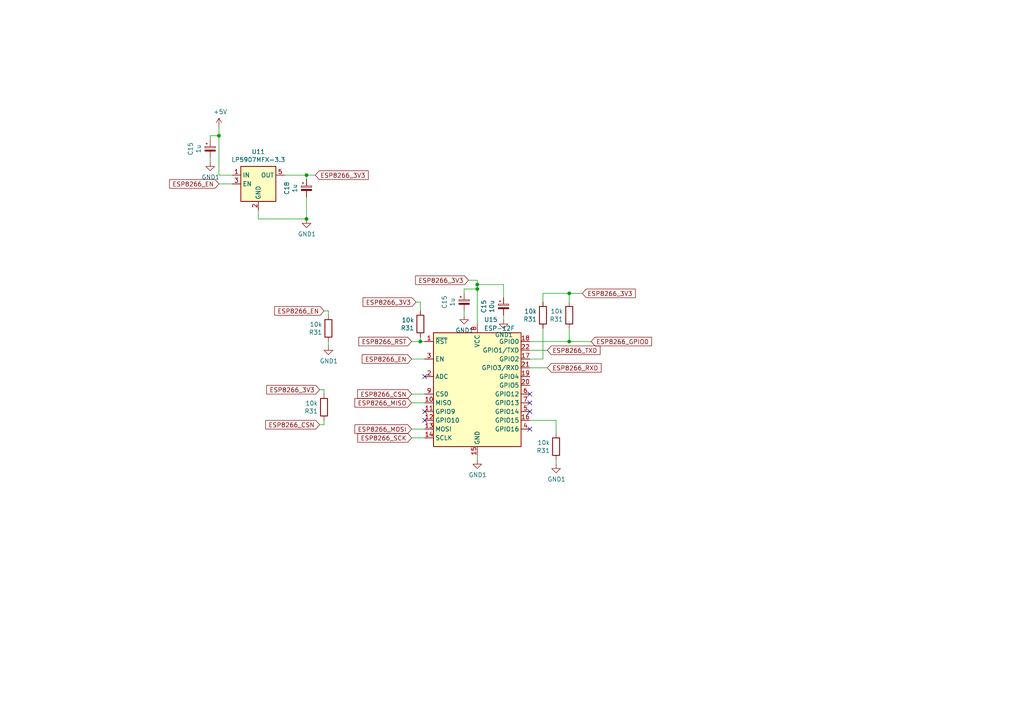
<source format=kicad_sch>
(kicad_sch (version 20230121) (generator eeschema)
  (paper "A4")
  (lib_symbols
    (symbol "Device:R" (pin_numbers hide) (pin_names (offset 0))
      (property "Reference" "R" (at 2.032 0 90))
      (property "Value" "R" (at 0 0 90))
      (symbol "R_0_1"
        (rectangle (start -1.016 -2.54) (end 1.016 2.54) (stroke (width 0.254)))
      )
      (symbol "R_1_1"
        (pin passive line (at 0 3.81 270) (length 1.27) (name "~") (number "1"))
        (pin passive line (at 0 -3.81 90) (length 1.27) (name "~") (number "2"))
      )
    )
    (symbol "RF_Module:ESP-12F"
      (property "Reference" "U" (at -12.7 19.05 0))
      (property "Value" "ESP-12F" (at 12.7 19.05 0))
      (symbol "ESP-12F_0_1"
        (rectangle (start -12.7 17.78) (end 12.7 -15.24) (stroke (width 0.254)) (fill (type background)))
      )
      (symbol "ESP-12F_1_1"
        (pin input line (at -15.24 15.24 0) (length 2.54) (name "~{RST}") (number "1"))
        (pin bidirectional line (at -15.24 -2.54 0) (length 2.54) (name "MISO") (number "10"))
        (pin bidirectional line (at -15.24 -5.08 0) (length 2.54) (name "GPIO9") (number "11"))
        (pin bidirectional line (at -15.24 -7.62 0) (length 2.54) (name "GPIO10") (number "12"))
        (pin bidirectional line (at -15.24 -10.16 0) (length 2.54) (name "MOSI") (number "13"))
        (pin bidirectional line (at -15.24 -12.7 0) (length 2.54) (name "SCLK") (number "14"))
        (pin power_in line (at 0 -17.78 90) (length 2.54) (name "GND") (number "15"))
        (pin bidirectional line (at 15.24 -7.62 180) (length 2.54) (name "GPIO15") (number "16"))
        (pin bidirectional line (at 15.24 10.16 180) (length 2.54) (name "GPIO2") (number "17"))
        (pin bidirectional line (at 15.24 15.24 180) (length 2.54) (name "GPIO0") (number "18"))
        (pin bidirectional line (at 15.24 5.08 180) (length 2.54) (name "GPIO4") (number "19"))
        (pin input line (at -15.24 5.08 0) (length 2.54) (name "ADC") (number "2"))
        (pin bidirectional line (at 15.24 2.54 180) (length 2.54) (name "GPIO5") (number "20"))
        (pin bidirectional line (at 15.24 7.62 180) (length 2.54) (name "GPIO3/RXD") (number "21"))
        (pin bidirectional line (at 15.24 12.7 180) (length 2.54) (name "GPIO1/TXD") (number "22"))
        (pin input line (at -15.24 10.16 0) (length 2.54) (name "EN") (number "3"))
        (pin bidirectional line (at 15.24 -10.16 180) (length 2.54) (name "GPIO16") (number "4"))
        (pin bidirectional line (at 15.24 -5.08 180) (length 2.54) (name "GPIO14") (number "5"))
        (pin bidirectional line (at 15.24 0 180) (length 2.54) (name "GPIO12") (number "6"))
        (pin bidirectional line (at 15.24 -2.54 180) (length 2.54) (name "GPIO13") (number "7"))
        (pin power_in line (at 0 20.32 270) (length 2.54) (name "VCC") (number "8"))
        (pin input line (at -15.24 0 0) (length 2.54) (name "CS0") (number "9"))
      )
    )
    (symbol "Regulator_Linear:LP5907MFX-3.3"
      (property "Reference" "U" (at -3.81 6.35 0))
      (property "Value" "LP5907MFX-3.3" (at 6.35 6.35 0))
      (symbol "LP5907MFX-3.3_0_1"
        (rectangle (start -5.08 -5.08) (end 5.08 5.08) (stroke (width 0.254)) (fill (type background)))
        (pin power_in line (at -7.62 2.54 0) (length 2.54) (name "IN") (number "1"))
        (pin power_in line (at 0 -7.62 90) (length 2.54) (name "GND") (number "2"))
        (pin input line (at -7.62 0 0) (length 2.54) (name "EN") (number "3"))
        (pin no_connect line (at 5.08 0 180) (length 2.54) hide (name "NC") (number "4"))
        (pin power_out line (at 7.62 2.54 180) (length 2.54) (name "OUT") (number "5"))
      )
    )
    (symbol "power:+5V" (power) (pin_names (offset 0))
      (property "Value" "+5V" (at 0 3.556 0))
      (symbol "+5V_0_1"
        (polyline (pts (xy -0.762 1.27) (xy 0 2.54)))
        (polyline (pts (xy 0 0) (xy 0 2.54)))
        (polyline (pts (xy 0 2.54) (xy 0.762 1.27)))
      )
      (symbol "+5V_1_1"
        (pin power_in line (at 0 0 90) (length 0) hide (name "+5V") (number "1"))
      )
    )
    (symbol "power:GND1" (power) (pin_names (offset 0))
      (property "Value" "GND1" (at 0 -3.81 0))
      (symbol "GND1_0_1"
        (polyline (pts (xy 0 0) (xy 0 -1.27) (xy 1.27 -1.27) (xy 0 -2.54) (xy -1.27 -1.27) (xy 0 -1.27)))
      )
      (symbol "GND1_1_1"
        (pin power_in line (at 0 0 270) (length 0) hide (name "GND1") (number "1"))
      )
    )
    (symbol "spudglo_driver_v3p1-rescue:CP_Small-Device" (pin_numbers hide) (pin_names (offset 0.254) hide)
      (property "Reference" "C" (at 0.254 1.778 0))
      (property "Value" "CP_Small-Device" (at 0.254 -2.032 0))
      (symbol "CP_Small-Device_0_1"
        (rectangle (start -1.524 -0.3048) (end 1.524 -0.6858) (fill (type outline)))
        (rectangle (start -1.524 0.6858) (end 1.524 0.3048))
        (polyline (pts (xy -1.27 1.524) (xy -0.762 1.524)))
        (polyline (pts (xy -1.016 1.27) (xy -1.016 1.778)))
      )
      (symbol "CP_Small-Device_1_1"
        (pin passive line (at 0 2.54 270) (length 1.8542) (name "~") (number "1"))
        (pin passive line (at 0 -2.54 90) (length 1.8542) (name "~") (number "2"))
      )
    )
  )
  (junction (at 138.43 82.55))
  (junction (at 88.9 50.8))
  (junction (at 121.92 99.06))
  (junction (at 138.43 83.82))
  (junction (at 88.9 63.5))
  (junction (at 63.5 39.37))
  (junction (at 165.1 99.06))
  (junction (at 165.1 85.09))
  (no_connect (at 153.67 124.46))
  (no_connect (at 123.19 119.38))
  (no_connect (at 153.67 114.3))
  (no_connect (at 153.67 119.38))
  (no_connect (at 153.67 116.84))
  (no_connect (at 123.19 109.22))
  (no_connect (at 123.19 121.92))
  (wire (pts (xy 146.05 91.44) (xy 146.05 92.71)))
  (wire (pts (xy 74.93 63.5) (xy 88.9 63.5)))
  (wire (pts (xy 93.98 113.03) (xy 92.71 113.03)))
  (wire (pts (xy 63.5 36.83) (xy 63.5 39.37)))
  (wire (pts (xy 138.43 83.82) (xy 138.43 82.55)))
  (wire (pts (xy 153.67 101.6) (xy 158.75 101.6)))
  (wire (pts (xy 95.25 91.44) (xy 95.25 90.17)))
  (wire (pts (xy 153.67 104.14) (xy 157.48 104.14)))
  (wire (pts (xy 165.1 95.25) (xy 165.1 99.06)))
  (wire (pts (xy 119.38 114.3) (xy 123.19 114.3)))
  (wire (pts (xy 119.38 116.84) (xy 123.19 116.84)))
  (wire (pts (xy 161.29 121.92) (xy 161.29 125.73)))
  (wire (pts (xy 60.96 45.72) (xy 60.96 46.99)))
  (wire (pts (xy 93.98 123.19) (xy 92.71 123.19)))
  (wire (pts (xy 119.38 127) (xy 123.19 127)))
  (wire (pts (xy 134.62 90.17) (xy 134.62 91.44)))
  (wire (pts (xy 121.92 87.63) (xy 120.65 87.63)))
  (wire (pts (xy 121.92 97.79) (xy 121.92 99.06)))
  (wire (pts (xy 161.29 133.35) (xy 161.29 134.62)))
  (wire (pts (xy 138.43 132.08) (xy 138.43 133.35)))
  (wire (pts (xy 88.9 52.07) (xy 88.9 50.8)))
  (wire (pts (xy 153.67 121.92) (xy 161.29 121.92)))
  (wire (pts (xy 93.98 114.3) (xy 93.98 113.03)))
  (wire (pts (xy 153.67 106.68) (xy 158.75 106.68)))
  (wire (pts (xy 134.62 85.09) (xy 134.62 83.82)))
  (wire (pts (xy 138.43 82.55) (xy 138.43 81.28)))
  (wire (pts (xy 95.25 99.06) (xy 95.25 100.33)))
  (wire (pts (xy 121.92 90.17) (xy 121.92 87.63)))
  (wire (pts (xy 157.48 104.14) (xy 157.48 95.25)))
  (wire (pts (xy 60.96 39.37) (xy 63.5 39.37)))
  (wire (pts (xy 165.1 85.09) (xy 157.48 85.09)))
  (wire (pts (xy 165.1 85.09) (xy 165.1 87.63)))
  (wire (pts (xy 168.91 85.09) (xy 165.1 85.09)))
  (wire (pts (xy 95.25 90.17) (xy 93.98 90.17)))
  (wire (pts (xy 165.1 99.06) (xy 171.45 99.06)))
  (wire (pts (xy 119.38 124.46) (xy 123.19 124.46)))
  (wire (pts (xy 63.5 39.37) (xy 63.5 50.8)))
  (wire (pts (xy 74.93 60.96) (xy 74.93 63.5)))
  (wire (pts (xy 138.43 93.98) (xy 138.43 83.82)))
  (wire (pts (xy 138.43 81.28) (xy 135.89 81.28)))
  (wire (pts (xy 146.05 82.55) (xy 138.43 82.55)))
  (wire (pts (xy 60.96 40.64) (xy 60.96 39.37)))
  (wire (pts (xy 63.5 53.34) (xy 67.31 53.34)))
  (wire (pts (xy 153.67 99.06) (xy 165.1 99.06)))
  (wire (pts (xy 121.92 99.06) (xy 123.19 99.06)))
  (wire (pts (xy 157.48 85.09) (xy 157.48 87.63)))
  (wire (pts (xy 88.9 57.15) (xy 88.9 63.5)))
  (wire (pts (xy 88.9 50.8) (xy 82.55 50.8)))
  (wire (pts (xy 119.38 104.14) (xy 123.19 104.14)))
  (wire (pts (xy 93.98 121.92) (xy 93.98 123.19)))
  (wire (pts (xy 146.05 86.36) (xy 146.05 82.55)))
  (wire (pts (xy 119.38 99.06) (xy 121.92 99.06)))
  (wire (pts (xy 88.9 50.8) (xy 91.44 50.8)))
  (wire (pts (xy 63.5 50.8) (xy 67.31 50.8)))
  (wire (pts (xy 134.62 83.82) (xy 138.43 83.82)))
  (global_label "ESP8266_MISO" (shape input) (at 119.38 116.84 180) (property "Intersheetrefs" "${INTERSHEET_REFS}" (effects hide)))
  (global_label "ESP8266_3V3" (shape input) (at 120.65 87.63 180) (property "Intersheetrefs" "${INTERSHEET_REFS}" (effects hide)))
  (global_label "ESP8266_RST" (shape input) (at 119.38 99.06 180) (property "Intersheetrefs" "${INTERSHEET_REFS}" (effects hide)))
  (global_label "ESP8266_3V3" (shape input) (at 91.44 50.8 0) (property "Intersheetrefs" "${INTERSHEET_REFS}" (effects hide)))
  (global_label "ESP8266_EN" (shape input) (at 93.98 90.17 180) (property "Intersheetrefs" "${INTERSHEET_REFS}" (effects hide)))
  (global_label "ESP8266_CSN" (shape input) (at 92.71 123.19 180) (property "Intersheetrefs" "${INTERSHEET_REFS}" (effects hide)))
  (global_label "ESP8266_3V3" (shape input) (at 135.89 81.28 180) (property "Intersheetrefs" "${INTERSHEET_REFS}" (effects hide)))
  (global_label "ESP8266_TXD" (shape input) (at 158.75 101.6 0) (property "Intersheetrefs" "${INTERSHEET_REFS}" (effects hide)))
  (global_label "ESP8266_SCK" (shape input) (at 119.38 127 180) (property "Intersheetrefs" "${INTERSHEET_REFS}" (effects hide)))
  (global_label "ESP8266_GPIO0" (shape input) (at 171.45 99.06 0) (property "Intersheetrefs" "${INTERSHEET_REFS}" (effects hide)))
  (global_label "ESP8266_CSN" (shape input) (at 119.38 114.3 180) (property "Intersheetrefs" "${INTERSHEET_REFS}" (effects hide)))
  (global_label "ESP8266_3V3" (shape input) (at 92.71 113.03 180) (property "Intersheetrefs" "${INTERSHEET_REFS}" (effects hide)))
  (global_label "ESP8266_RXD" (shape input) (at 158.75 106.68 0) (property "Intersheetrefs" "${INTERSHEET_REFS}" (effects hide)))
  (global_label "ESP8266_3V3" (shape input) (at 168.91 85.09 0) (property "Intersheetrefs" "${INTERSHEET_REFS}" (effects hide)))
  (global_label "ESP8266_EN" (shape input) (at 119.38 104.14 180) (property "Intersheetrefs" "${INTERSHEET_REFS}" (effects hide)))
  (global_label "ESP8266_EN" (shape input) (at 63.5 53.34 180) (property "Intersheetrefs" "${INTERSHEET_REFS}" (effects hide)))
  (global_label "ESP8266_MOSI" (shape input) (at 119.38 124.46 180) (property "Intersheetrefs" "${INTERSHEET_REFS}" (effects hide)))
  (symbol (lib_id "RF_Module:ESP-12F") (at 138.43 114.3 0) (unit 1)
    (property "Reference" "U15" (at 140.3859 92.71 0) (effects (justify left)))
    (property "Value" "ESP-12F" (at 140.3859 95.25 0) (effects (justify left)))
    (property "Footprint" "RF_Module:ESP-12E" (effects hide))
    (property "Datasheet" "http://wiki.ai-thinker.com/_media/esp8266/esp8266_series_modules_user_manual_v1.1.pdf" (effects hide))
  )
  (symbol (lib_id "power:GND1") (at 146.05 92.71 0) (unit 1)
    (property "Reference" "#PWR0142" (effects hide))
    (property "Value" "GND1" (at 146.177 97.1042 0))
    (instances (project "spudglo_v4p4_micro" (path "" (reference "#PWR0142") (unit 1))) (project "spudglo_driver_v6p0" (path "" (reference "#PWR0142") (unit 1)) (path "" (reference "#PWR047") (unit 1))))
  )
  (symbol (lib_id "power:GND1") (at 138.43 133.35 0) (unit 1)
    (property "Reference" "#PWR0140" (effects hide))
    (property "Value" "GND1" (at 138.557 137.7442 0))
    (instances (project "spudglo_v4p4_micro" (path "" (reference "#PWR0140") (unit 1))) (project "spudglo_driver_v6p0" (path "" (reference "#PWR0140") (unit 1)) (path "" (reference "#PWR0160") (unit 1))))
  )
  (symbol (lib_id "Regulator_Linear:LP5907MFX-3.3") (at 74.93 53.34 0) (unit 1)
    (property "Reference" "U11" (at 74.93 44.0182 0))
    (property "Value" "LP5907MFX-3.3" (at 74.93 46.3296 0))
    (property "Footprint" "Package_TO_SOT_SMD:SOT-23-5" (effects hide))
    (property "Datasheet" "http://www.ti.com/lit/ds/symlink/lp5907.pdf" (effects hide))
    (instances (project "spudglo_v4p4_micro" (path "" (reference "U11") (unit 1))) (project "spudglo_driver_v6p0" (path "" (reference "U11") (unit 1)) (path "" (reference "U14") (unit 1))))
  )
  (symbol (lib_id "Device:R") (at 161.29 129.54 180) (unit 1)
    (property "Reference" "R31" (at 159.512 130.7084 0) (effects (justify left)))
    (property "Value" "10k" (at 159.512 128.397 0) (effects (justify left)))
    (property "Footprint" "Resistor_SMD:R_0603_1608Metric_Pad0.98x0.95mm_HandSolder" (effects hide))
    (instances (project "spudglo_v4p4_micro" (path "" (reference "R31") (unit 1))) (project "spudglo_driver_v6p0" (path "" (reference "R31") (unit 1)) (path "" (reference "R32") (unit 1))))
  )
  (symbol (lib_id "spudglo_driver_v3p1-rescue:CP_Small-Device") (at 134.62 87.63 0) (unit 1)
    (property "Reference" "C15" (at 128.905 87.63 90))
    (property "Value" "1u" (at 131.2164 87.63 90))
    (property "Footprint" "Capacitor_SMD:C_0603_1608Metric_Pad1.08x0.95mm_HandSolder" (effects hide))
    (instances (project "spudglo_v4p4_micro" (path "" (reference "C15") (unit 1))) (project "spudglo_driver_v6p0" (path "" (reference "C15") (unit 1)) (path "" (reference "C28") (unit 1))))
  )
  (symbol (lib_id "Device:R") (at 93.98 118.11 180) (unit 1)
    (property "Reference" "R31" (at 92.202 119.2784 0) (effects (justify left)))
    (property "Value" "10k" (at 92.202 116.967 0) (effects (justify left)))
    (property "Footprint" "Resistor_SMD:R_0603_1608Metric_Pad0.98x0.95mm_HandSolder" (effects hide))
    (instances (project "spudglo_v4p4_micro" (path "" (reference "R31") (unit 1))) (project "spudglo_driver_v6p0" (path "" (reference "R31") (unit 1)) (path "" (reference "R28") (unit 1))))
  )
  (symbol (lib_id "power:GND1") (at 161.29 134.62 0) (unit 1)
    (property "Reference" "#PWR0140" (effects hide))
    (property "Value" "GND1" (at 161.417 139.0142 0))
    (instances (project "spudglo_v4p4_micro" (path "" (reference "#PWR0140") (unit 1))) (project "spudglo_driver_v6p0" (path "" (reference "#PWR0140") (unit 1)) (path "" (reference "#PWR0161") (unit 1))))
  )
  (symbol (lib_id "power:+5V") (at 63.5 36.83 0) (unit 1)
    (property "Reference" "#PWR0145" (effects hide))
    (property "Value" "+5V" (at 63.881 32.4358 0))
    (instances (project "spudglo_v4p4_micro" (path "" (reference "#PWR0145") (unit 1))) (project "spudglo_driver_v6p0" (path "" (reference "#PWR0145") (unit 1)) (path "" (reference "#PWR043") (unit 1))))
  )
  (symbol (lib_id "spudglo_driver_v3p1-rescue:CP_Small-Device") (at 88.9 54.61 0) (unit 1)
    (property "Reference" "C18" (at 83.185 54.61 90))
    (property "Value" "1u" (at 85.4964 54.61 90))
    (property "Footprint" "Capacitor_SMD:C_0603_1608Metric_Pad1.08x0.95mm_HandSolder" (effects hide))
    (instances (project "spudglo_v4p4_micro" (path "" (reference "C18") (unit 1))) (project "spudglo_driver_v6p0" (path "" (reference "C18") (unit 1)) (path "" (reference "C27") (unit 1))))
  )
  (symbol (lib_id "power:GND1") (at 134.62 91.44 0) (unit 1)
    (property "Reference" "#PWR0142" (effects hide))
    (property "Value" "GND1" (at 134.747 95.8342 0))
    (instances (project "spudglo_v4p4_micro" (path "" (reference "#PWR0142") (unit 1))) (project "spudglo_driver_v6p0" (path "" (reference "#PWR0142") (unit 1)) (path "" (reference "#PWR045") (unit 1))))
  )
  (symbol (lib_id "spudglo_driver_v3p1-rescue:CP_Small-Device") (at 60.96 43.18 0) (unit 1)
    (property "Reference" "C15" (at 55.245 43.18 90))
    (property "Value" "1u" (at 57.5564 43.18 90))
    (property "Footprint" "Capacitor_SMD:C_0603_1608Metric_Pad1.08x0.95mm_HandSolder" (effects hide))
    (instances (project "spudglo_v4p4_micro" (path "" (reference "C15") (unit 1))) (project "spudglo_driver_v6p0" (path "" (reference "C15") (unit 1)) (path "" (reference "C26") (unit 1))))
  )
  (symbol (lib_id "Device:R") (at 157.48 91.44 180) (unit 1)
    (property "Reference" "R31" (at 155.702 92.6084 0) (effects (justify left)))
    (property "Value" "10k" (at 155.702 90.297 0) (effects (justify left)))
    (property "Footprint" "Resistor_SMD:R_0603_1608Metric_Pad0.98x0.95mm_HandSolder" (effects hide))
    (instances (project "spudglo_v4p4_micro" (path "" (reference "R31") (unit 1))) (project "spudglo_driver_v6p0" (path "" (reference "R31") (unit 1)) (path "" (reference "R342") (unit 1))))
  )
  (symbol (lib_id "power:GND1") (at 88.9 63.5 0) (unit 1)
    (property "Reference" "#PWR0142" (effects hide))
    (property "Value" "GND1" (at 89.027 67.8942 0))
    (instances (project "spudglo_v4p4_micro" (path "" (reference "#PWR0142") (unit 1))) (project "spudglo_driver_v6p0" (path "" (reference "#PWR0142") (unit 1)) (path "" (reference "#PWR044") (unit 1))))
  )
  (symbol (lib_id "spudglo_driver_v3p1-rescue:CP_Small-Device") (at 146.05 88.9 0) (unit 1)
    (property "Reference" "C15" (at 140.335 88.9 90))
    (property "Value" "10u" (at 142.6464 88.9 90))
    (property "Footprint" "Capacitor_SMD:C_0603_1608Metric_Pad1.08x0.95mm_HandSolder" (effects hide))
    (instances (project "spudglo_v4p4_micro" (path "" (reference "C15") (unit 1))) (project "spudglo_driver_v6p0" (path "" (reference "C15") (unit 1)) (path "" (reference "C29") (unit 1))))
  )
  (symbol (lib_id "Device:R") (at 95.25 95.25 180) (unit 1)
    (property "Reference" "R31" (at 93.472 96.4184 0) (effects (justify left)))
    (property "Value" "10k" (at 93.472 94.107 0) (effects (justify left)))
    (property "Footprint" "Resistor_SMD:R_0603_1608Metric_Pad0.98x0.95mm_HandSolder" (effects hide))
    (instances (project "spudglo_v4p4_micro" (path "" (reference "R31") (unit 1))) (project "spudglo_driver_v6p0" (path "" (reference "R31") (unit 1)) (path "" (reference "R25") (unit 1))))
  )
  (symbol (lib_id "Device:R") (at 121.92 93.98 180) (unit 1)
    (property "Reference" "R31" (at 120.142 95.1484 0) (effects (justify left)))
    (property "Value" "10k" (at 120.142 92.837 0) (effects (justify left)))
    (property "Footprint" "Resistor_SMD:R_0603_1608Metric_Pad0.98x0.95mm_HandSolder" (effects hide))
    (instances (project "spudglo_v4p4_micro" (path "" (reference "R31") (unit 1))) (project "spudglo_driver_v6p0" (path "" (reference "R31") (unit 1)) (path "" (reference "R26") (unit 1))))
  )
  (symbol (lib_id "power:GND1") (at 60.96 46.99 0) (unit 1)
    (property "Reference" "#PWR0142" (effects hide))
    (property "Value" "GND1" (at 61.087 51.3842 0))
    (instances (project "spudglo_v4p4_micro" (path "" (reference "#PWR0142") (unit 1))) (project "spudglo_driver_v6p0" (path "" (reference "#PWR0142") (unit 1)) (path "" (reference "#PWR020") (unit 1))))
  )
  (symbol (lib_id "power:GND1") (at 95.25 100.33 0) (unit 1)
    (property "Reference" "#PWR0142" (effects hide))
    (property "Value" "GND1" (at 95.377 104.7242 0))
    (instances (project "spudglo_v4p4_micro" (path "" (reference "#PWR0142") (unit 1))) (project "spudglo_driver_v6p0" (path "" (reference "#PWR0142") (unit 1)) (path "" (reference "#PWR046") (unit 1))))
  )
  (symbol (lib_id "Device:R") (at 165.1 91.44 180) (unit 1)
    (property "Reference" "R31" (at 163.322 92.6084 0) (effects (justify left)))
    (property "Value" "10k" (at 163.322 90.297 0) (effects (justify left)))
    (property "Footprint" "Resistor_SMD:R_0603_1608Metric_Pad0.98x0.95mm_HandSolder" (effects hide))
    (instances (project "spudglo_v4p4_micro" (path "" (reference "R31") (unit 1))) (project "spudglo_driver_v6p0" (path "" (reference "R31") (unit 1)) (path "" (reference "R27") (unit 1))))
  )
)
</source>
